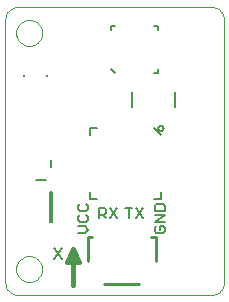
<source format=gto>
G75*
%MOIN*%
%OFA0B0*%
%FSLAX24Y24*%
%IPPOS*%
%LPD*%
%AMOC8*
5,1,8,0,0,1.08239X$1,22.5*
%
%ADD10C,0.0000*%
%ADD11C,0.0060*%
%ADD12C,0.0160*%
%ADD13C,0.0070*%
%ADD14R,0.0098X0.0098*%
%ADD15C,0.0080*%
%ADD16C,0.0050*%
%ADD17C,0.0100*%
D10*
X003193Y001223D02*
X003193Y010022D01*
X003195Y010061D01*
X003201Y010099D01*
X003210Y010136D01*
X003223Y010173D01*
X003240Y010208D01*
X003259Y010241D01*
X003282Y010272D01*
X003308Y010301D01*
X003337Y010327D01*
X003368Y010350D01*
X003401Y010369D01*
X003436Y010386D01*
X003473Y010399D01*
X003510Y010408D01*
X003548Y010414D01*
X003587Y010416D01*
X010080Y010416D01*
X010119Y010414D01*
X010157Y010408D01*
X010194Y010399D01*
X010231Y010386D01*
X010266Y010369D01*
X010299Y010350D01*
X010330Y010327D01*
X010359Y010301D01*
X010385Y010272D01*
X010408Y010241D01*
X010427Y010208D01*
X010444Y010173D01*
X010457Y010136D01*
X010466Y010099D01*
X010472Y010061D01*
X010474Y010022D01*
X010474Y001223D01*
X010472Y001184D01*
X010466Y001146D01*
X010457Y001109D01*
X010444Y001072D01*
X010427Y001037D01*
X010408Y001004D01*
X010385Y000973D01*
X010359Y000944D01*
X010330Y000918D01*
X010299Y000895D01*
X010266Y000876D01*
X010231Y000859D01*
X010194Y000846D01*
X010157Y000837D01*
X010119Y000831D01*
X010080Y000829D01*
X003587Y000829D01*
X003548Y000831D01*
X003510Y000837D01*
X003473Y000846D01*
X003436Y000859D01*
X003401Y000876D01*
X003368Y000895D01*
X003337Y000918D01*
X003308Y000944D01*
X003282Y000973D01*
X003259Y001004D01*
X003240Y001037D01*
X003223Y001072D01*
X003210Y001109D01*
X003201Y001146D01*
X003195Y001184D01*
X003193Y001223D01*
X003548Y001685D02*
X003550Y001726D01*
X003556Y001767D01*
X003566Y001807D01*
X003579Y001846D01*
X003596Y001883D01*
X003617Y001919D01*
X003641Y001953D01*
X003668Y001984D01*
X003697Y002012D01*
X003730Y002038D01*
X003764Y002060D01*
X003801Y002079D01*
X003839Y002094D01*
X003879Y002106D01*
X003919Y002114D01*
X003960Y002118D01*
X004002Y002118D01*
X004043Y002114D01*
X004083Y002106D01*
X004123Y002094D01*
X004161Y002079D01*
X004197Y002060D01*
X004232Y002038D01*
X004265Y002012D01*
X004294Y001984D01*
X004321Y001953D01*
X004345Y001919D01*
X004366Y001883D01*
X004383Y001846D01*
X004396Y001807D01*
X004406Y001767D01*
X004412Y001726D01*
X004414Y001685D01*
X004412Y001644D01*
X004406Y001603D01*
X004396Y001563D01*
X004383Y001524D01*
X004366Y001487D01*
X004345Y001451D01*
X004321Y001417D01*
X004294Y001386D01*
X004265Y001358D01*
X004232Y001332D01*
X004198Y001310D01*
X004161Y001291D01*
X004123Y001276D01*
X004083Y001264D01*
X004043Y001256D01*
X004002Y001252D01*
X003960Y001252D01*
X003919Y001256D01*
X003879Y001264D01*
X003839Y001276D01*
X003801Y001291D01*
X003765Y001310D01*
X003730Y001332D01*
X003697Y001358D01*
X003668Y001386D01*
X003641Y001417D01*
X003617Y001451D01*
X003596Y001487D01*
X003579Y001524D01*
X003566Y001563D01*
X003556Y001603D01*
X003550Y001644D01*
X003548Y001685D01*
X003548Y009559D02*
X003550Y009600D01*
X003556Y009641D01*
X003566Y009681D01*
X003579Y009720D01*
X003596Y009757D01*
X003617Y009793D01*
X003641Y009827D01*
X003668Y009858D01*
X003697Y009886D01*
X003730Y009912D01*
X003764Y009934D01*
X003801Y009953D01*
X003839Y009968D01*
X003879Y009980D01*
X003919Y009988D01*
X003960Y009992D01*
X004002Y009992D01*
X004043Y009988D01*
X004083Y009980D01*
X004123Y009968D01*
X004161Y009953D01*
X004197Y009934D01*
X004232Y009912D01*
X004265Y009886D01*
X004294Y009858D01*
X004321Y009827D01*
X004345Y009793D01*
X004366Y009757D01*
X004383Y009720D01*
X004396Y009681D01*
X004406Y009641D01*
X004412Y009600D01*
X004414Y009559D01*
X004412Y009518D01*
X004406Y009477D01*
X004396Y009437D01*
X004383Y009398D01*
X004366Y009361D01*
X004345Y009325D01*
X004321Y009291D01*
X004294Y009260D01*
X004265Y009232D01*
X004232Y009206D01*
X004198Y009184D01*
X004161Y009165D01*
X004123Y009150D01*
X004083Y009138D01*
X004043Y009130D01*
X004002Y009126D01*
X003960Y009126D01*
X003919Y009130D01*
X003879Y009138D01*
X003839Y009150D01*
X003801Y009165D01*
X003765Y009184D01*
X003730Y009206D01*
X003697Y009232D01*
X003668Y009260D01*
X003641Y009291D01*
X003617Y009325D01*
X003596Y009361D01*
X003579Y009398D01*
X003566Y009437D01*
X003556Y009477D01*
X003550Y009518D01*
X003548Y009559D01*
D11*
X004662Y004267D02*
X004662Y003267D01*
X004756Y003267D01*
X004756Y004267D01*
X004662Y004267D01*
X005604Y003797D02*
X005604Y003684D01*
X005661Y003627D01*
X005888Y003627D01*
X005944Y003684D01*
X005944Y003797D01*
X005888Y003854D01*
X005661Y003854D02*
X005604Y003797D01*
X005661Y003486D02*
X005604Y003429D01*
X005604Y003315D01*
X005661Y003259D01*
X005888Y003259D01*
X005944Y003315D01*
X005944Y003429D01*
X005888Y003486D01*
X005831Y003117D02*
X005604Y003117D01*
X005604Y002890D02*
X005831Y002890D01*
X005944Y003004D01*
X005831Y003117D01*
X006317Y003390D02*
X006317Y003731D01*
X006487Y003731D01*
X006544Y003674D01*
X006544Y003561D01*
X006487Y003504D01*
X006317Y003504D01*
X006430Y003504D02*
X006544Y003390D01*
X006685Y003390D02*
X006912Y003731D01*
X006685Y003731D02*
X006912Y003390D01*
X007192Y003731D02*
X007419Y003731D01*
X007305Y003731D02*
X007305Y003390D01*
X007560Y003390D02*
X007787Y003731D01*
X007560Y003731D02*
X007787Y003390D01*
X008167Y003486D02*
X008507Y003486D01*
X008167Y003259D01*
X008507Y003259D01*
X008450Y003117D02*
X008337Y003117D01*
X008337Y003004D01*
X008450Y003117D02*
X008507Y003061D01*
X008507Y002947D01*
X008450Y002890D01*
X008223Y002890D01*
X008167Y002947D01*
X008167Y003061D01*
X008223Y003117D01*
X008167Y003627D02*
X008167Y003797D01*
X008223Y003854D01*
X008450Y003854D01*
X008507Y003797D01*
X008507Y003627D01*
X008167Y003627D01*
D12*
X005443Y002360D02*
X005631Y001923D01*
X005256Y001923D01*
X005443Y002360D01*
X005443Y001142D01*
D13*
X005067Y002008D02*
X004814Y002388D01*
X005067Y002388D02*
X004814Y002008D01*
D14*
X004568Y008128D03*
X003818Y008128D03*
D15*
X006012Y006385D02*
X006012Y006149D01*
X006012Y006385D02*
X006248Y006385D01*
X007422Y007073D02*
X007422Y007585D01*
X006856Y008229D02*
X006718Y008367D01*
X006718Y009666D02*
X006718Y009804D01*
X006856Y009804D01*
X008155Y009804D02*
X008293Y009804D01*
X008293Y009666D01*
X008293Y008367D02*
X008293Y008229D01*
X008155Y008229D01*
X008839Y007585D02*
X008839Y007073D01*
X008138Y006385D02*
X008374Y006149D01*
X008374Y004259D02*
X008374Y004023D01*
X008138Y004023D01*
X006248Y004023D02*
X006012Y004023D01*
X006012Y004259D01*
X004700Y005098D02*
X004700Y005310D01*
X004550Y004644D02*
X004212Y004644D01*
D16*
X008287Y006385D02*
X008289Y006403D01*
X008295Y006420D01*
X008304Y006436D01*
X008316Y006450D01*
X008330Y006460D01*
X008347Y006468D01*
X008365Y006472D01*
X008383Y006472D01*
X008401Y006468D01*
X008417Y006460D01*
X008432Y006450D01*
X008444Y006436D01*
X008453Y006420D01*
X008459Y006403D01*
X008461Y006385D01*
X008459Y006367D01*
X008453Y006350D01*
X008444Y006334D01*
X008432Y006320D01*
X008418Y006310D01*
X008401Y006302D01*
X008383Y006298D01*
X008365Y006298D01*
X008347Y006302D01*
X008331Y006310D01*
X008316Y006320D01*
X008304Y006334D01*
X008295Y006350D01*
X008289Y006367D01*
X008287Y006385D01*
D17*
X008199Y002760D02*
X008052Y002760D01*
X008199Y002760D02*
X008199Y001964D01*
X007659Y001187D02*
X006478Y001187D01*
X005937Y001964D02*
X005937Y002760D01*
X006084Y002760D01*
M02*

</source>
